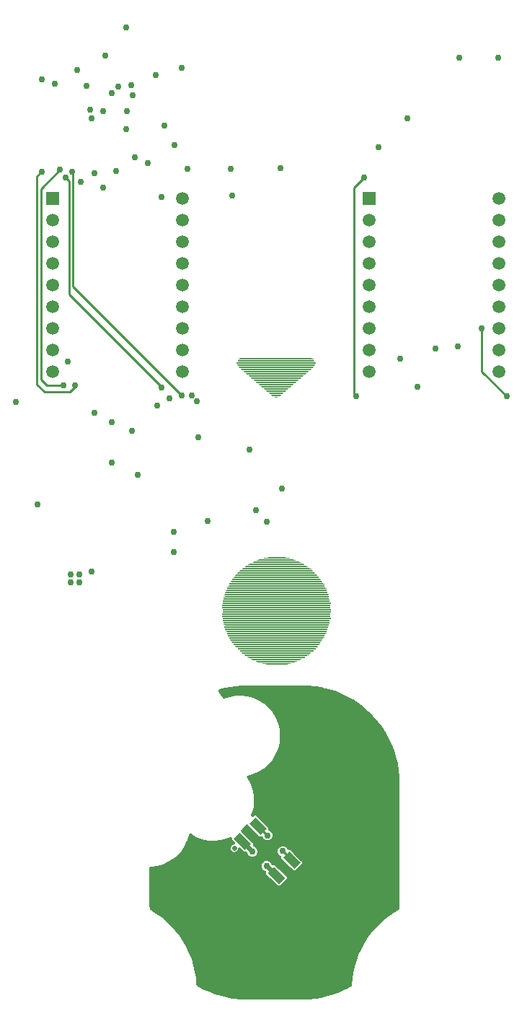
<source format=gbr>
G04 EAGLE Gerber X2 export*
%TF.Part,Single*%
%TF.FileFunction,Copper,L1,Top,Mixed*%
%TF.FilePolarity,Positive*%
%TF.GenerationSoftware,Autodesk,EAGLE,9.0.1*%
%TF.CreationDate,2018-07-28T04:13:14Z*%
G75*
%MOMM*%
%FSLAX34Y34*%
%LPD*%
%AMOC8*
5,1,8,0,0,1.08239X$1,22.5*%
G01*
%ADD10R,1.607819X0.084838*%
%ADD11R,2.623819X0.084581*%
%ADD12R,3.302000X0.084581*%
%ADD13R,3.893819X0.084838*%
%ADD14R,4.401819X0.084581*%
%ADD15R,4.826000X0.084581*%
%ADD16R,5.163819X0.084838*%
%ADD17R,5.588000X0.084581*%
%ADD18R,5.925819X0.084581*%
%ADD19R,6.179819X0.084838*%
%ADD20R,6.520181X0.084581*%
%ADD21R,6.774181X0.084581*%
%ADD22R,7.028181X0.084838*%
%ADD23R,7.282181X0.084581*%
%ADD24R,7.536181X0.084581*%
%ADD25R,7.703819X0.084838*%
%ADD26R,7.957819X0.084581*%
%ADD27R,8.128000X0.084581*%
%ADD28R,8.382000X0.084838*%
%ADD29R,8.552181X0.084581*%
%ADD30R,8.719819X0.084581*%
%ADD31R,8.890000X0.084838*%
%ADD32R,9.060181X0.084581*%
%ADD33R,9.227819X0.084581*%
%ADD34R,9.398000X0.084838*%
%ADD35R,9.568181X0.084581*%
%ADD36R,9.652000X0.084581*%
%ADD37R,9.822181X0.084838*%
%ADD38R,9.989819X0.084581*%
%ADD39R,10.076181X0.084581*%
%ADD40R,10.243819X0.084838*%
%ADD41R,10.330181X0.084581*%
%ADD42R,10.497819X0.084581*%
%ADD43R,10.584181X0.084838*%
%ADD44R,10.668000X0.084581*%
%ADD45R,10.838181X0.084581*%
%ADD46R,10.922000X0.084838*%
%ADD47R,11.005819X0.084581*%
%ADD48R,11.092181X0.084581*%
%ADD49R,11.176000X0.084838*%
%ADD50R,11.346181X0.084581*%
%ADD51R,11.513819X0.084838*%
%ADD52R,11.513819X0.084581*%
%ADD53R,11.600181X0.084581*%
%ADD54R,11.684000X0.084838*%
%ADD55R,11.767819X0.084581*%
%ADD56R,11.854181X0.084581*%
%ADD57R,11.938000X0.084838*%
%ADD58R,12.021819X0.084581*%
%ADD59R,12.108181X0.084838*%
%ADD60R,12.192000X0.084581*%
%ADD61R,12.275819X0.084838*%
%ADD62R,12.275819X0.084581*%
%ADD63R,12.362181X0.084581*%
%ADD64R,12.362181X0.084838*%
%ADD65R,12.446000X0.084581*%
%ADD66R,12.529819X0.084838*%
%ADD67R,12.529819X0.084581*%
%ADD68R,12.616181X0.084838*%
%ADD69R,12.616181X0.084581*%
%ADD70R,12.700000X0.084838*%
%ADD71R,12.700000X0.084581*%
%ADD72R,12.783819X0.084838*%
%ADD73R,12.783819X0.084581*%
%ADD74R,12.192000X0.084838*%
%ADD75R,12.108181X0.084581*%
%ADD76R,12.021819X0.084838*%
%ADD77R,11.938000X0.084581*%
%ADD78R,11.854181X0.084838*%
%ADD79R,11.430000X0.084838*%
%ADD80R,11.259819X0.084581*%
%ADD81R,10.838181X0.084838*%
%ADD82R,10.751819X0.084581*%
%ADD83R,10.497819X0.084838*%
%ADD84R,10.414000X0.084581*%
%ADD85R,10.160000X0.084838*%
%ADD86R,9.906000X0.084581*%
%ADD87R,9.735819X0.084838*%
%ADD88R,9.481819X0.084581*%
%ADD89R,9.314181X0.084838*%
%ADD90R,9.144000X0.084581*%
%ADD91R,8.973819X0.084581*%
%ADD92R,8.806181X0.084838*%
%ADD93R,8.636000X0.084581*%
%ADD94R,8.465819X0.084581*%
%ADD95R,8.298181X0.084838*%
%ADD96R,8.044181X0.084581*%
%ADD97R,7.790181X0.084581*%
%ADD98R,7.620000X0.084838*%
%ADD99R,7.366000X0.084581*%
%ADD100R,7.112000X0.084581*%
%ADD101R,6.858000X0.084838*%
%ADD102R,6.604000X0.084581*%
%ADD103R,6.350000X0.084581*%
%ADD104R,6.012181X0.084838*%
%ADD105R,5.671819X0.084581*%
%ADD106R,5.334000X0.084581*%
%ADD107R,4.996181X0.084838*%
%ADD108R,4.572000X0.084581*%
%ADD109R,4.064000X0.084581*%
%ADD110R,3.556000X0.084838*%
%ADD111R,2.964181X0.084581*%
%ADD112R,2.115819X0.084581*%
%ADD113R,0.678181X0.084838*%
%ADD114R,0.421637X0.084581*%
%ADD115R,1.016000X0.084581*%
%ADD116R,1.186181X0.084581*%
%ADD117R,1.353819X0.084838*%
%ADD118R,1.524000X0.084581*%
%ADD119R,1.694181X0.084581*%
%ADD120R,1.861819X0.084838*%
%ADD121R,2.202181X0.084581*%
%ADD122R,2.369819X0.084581*%
%ADD123R,2.540000X0.084838*%
%ADD124R,2.710181X0.084581*%
%ADD125R,2.877819X0.084581*%
%ADD126R,3.048000X0.084838*%
%ADD127R,3.385819X0.084581*%
%ADD128R,3.556000X0.084581*%
%ADD129R,3.726181X0.084838*%
%ADD130R,3.893819X0.084581*%
%ADD131R,4.318000X0.084838*%
%ADD132R,4.742181X0.084581*%
%ADD133R,4.909819X0.084838*%
%ADD134R,5.080000X0.084581*%
%ADD135R,5.250181X0.084581*%
%ADD136R,5.588000X0.084838*%
%ADD137R,5.758181X0.084581*%
%ADD138R,6.096000X0.084838*%
%ADD139R,6.266181X0.084581*%
%ADD140R,6.433819X0.084581*%
%ADD141R,6.774181X0.084838*%
%ADD142R,6.941819X0.084581*%
%ADD143R,7.282181X0.084838*%
%ADD144R,7.449819X0.084581*%
%ADD145R,7.620000X0.084581*%
%ADD146R,7.957819X0.084838*%
%ADD147R,8.298181X0.084581*%
%ADD148R,8.465819X0.084838*%
%ADD149R,8.806181X0.084581*%
%ADD150R,8.973819X0.084838*%
%ADD151R,9.057638X0.084581*%
%ADD152R,9.144000X0.084838*%
%ADD153R,9.230363X0.084581*%
%ADD154R,9.057638X0.084838*%
%ADD155R,8.890000X0.084581*%
%ADD156R,8.722363X0.084581*%
%ADD157R,8.382000X0.084581*%
%ADD158C,0.508000*%
%ADD159R,1.508000X1.508000*%
%ADD160C,1.508000*%
%ADD161R,1.850000X1.000000*%
%ADD162C,0.756400*%
%ADD163C,0.254000*%

G36*
X410155Y36399D02*
X410155Y36399D01*
X410191Y36397D01*
X417650Y36643D01*
X417689Y36648D01*
X417765Y36650D01*
X425193Y37389D01*
X425232Y37397D01*
X425308Y37405D01*
X432667Y38637D01*
X432705Y38647D01*
X432781Y38660D01*
X440044Y40383D01*
X440082Y40396D01*
X440157Y40413D01*
X447284Y42618D01*
X447321Y42634D01*
X447395Y42656D01*
X454363Y45333D01*
X454398Y45351D01*
X454470Y45379D01*
X461243Y48513D01*
X461277Y48534D01*
X461346Y48565D01*
X467895Y52142D01*
X468044Y52245D01*
X468194Y52348D01*
X468198Y52352D01*
X468202Y52355D01*
X468325Y52487D01*
X468450Y52620D01*
X468453Y52624D01*
X468456Y52628D01*
X468548Y52783D01*
X468642Y52940D01*
X468644Y52944D01*
X468646Y52949D01*
X468703Y53119D01*
X468762Y53293D01*
X468763Y53299D01*
X468764Y53303D01*
X468766Y53319D01*
X468799Y53540D01*
X469360Y60808D01*
X470405Y67964D01*
X471937Y75032D01*
X473949Y81975D01*
X476433Y88765D01*
X479375Y95367D01*
X482760Y101753D01*
X486573Y107895D01*
X490797Y113767D01*
X495407Y119339D01*
X500384Y124588D01*
X505703Y129487D01*
X511339Y134015D01*
X517269Y138152D01*
X523517Y141907D01*
X523657Y142012D01*
X523798Y142117D01*
X523806Y142125D01*
X523815Y142132D01*
X523928Y142264D01*
X524045Y142397D01*
X524050Y142407D01*
X524057Y142415D01*
X524141Y142570D01*
X524226Y142723D01*
X524229Y142734D01*
X524234Y142744D01*
X524283Y142912D01*
X524334Y143080D01*
X524335Y143094D01*
X524338Y143102D01*
X524340Y143132D01*
X524362Y143328D01*
X524684Y150869D01*
X524683Y150897D01*
X524686Y150944D01*
X524686Y290548D01*
X524684Y290570D01*
X524685Y290607D01*
X524428Y298306D01*
X524422Y298346D01*
X524420Y298423D01*
X523644Y306089D01*
X523636Y306128D01*
X523628Y306207D01*
X522332Y313805D01*
X522321Y313844D01*
X522308Y313922D01*
X520495Y321413D01*
X520481Y321451D01*
X520463Y321529D01*
X518140Y328875D01*
X518124Y328912D01*
X518100Y328988D01*
X515277Y336160D01*
X515258Y336196D01*
X515229Y336270D01*
X511920Y343229D01*
X511899Y343264D01*
X511865Y343335D01*
X508087Y350051D01*
X508064Y350084D01*
X508025Y350153D01*
X503797Y356594D01*
X503772Y356625D01*
X503728Y356691D01*
X499071Y362828D01*
X499044Y362857D01*
X498996Y362920D01*
X493933Y368725D01*
X493903Y368753D01*
X493851Y368812D01*
X493388Y369275D01*
X488401Y374262D01*
X488370Y374287D01*
X488314Y374343D01*
X482508Y379408D01*
X482475Y379431D01*
X482416Y379483D01*
X476279Y384139D01*
X476244Y384160D01*
X476182Y384208D01*
X469740Y388436D01*
X469704Y388454D01*
X469638Y388498D01*
X462920Y392277D01*
X462883Y392293D01*
X462814Y392332D01*
X455853Y395641D01*
X455815Y395654D01*
X455743Y395688D01*
X448571Y398511D01*
X448532Y398522D01*
X448458Y398551D01*
X441110Y400874D01*
X441071Y400882D01*
X440995Y400906D01*
X433505Y402719D01*
X433465Y402724D01*
X433388Y402743D01*
X425792Y404038D01*
X425752Y404041D01*
X425674Y404054D01*
X418010Y404829D01*
X417970Y404829D01*
X417893Y404837D01*
X410192Y405095D01*
X410170Y405093D01*
X410133Y405096D01*
X345335Y405096D01*
X345316Y405094D01*
X345285Y405095D01*
X338770Y404909D01*
X338735Y404904D01*
X338670Y404903D01*
X332176Y404343D01*
X332141Y404337D01*
X332076Y404332D01*
X325627Y403399D01*
X325592Y403390D01*
X325528Y403382D01*
X319141Y402078D01*
X319107Y402068D01*
X319043Y402055D01*
X312744Y400387D01*
X312704Y400372D01*
X312662Y400363D01*
X312530Y400305D01*
X312395Y400254D01*
X312360Y400230D01*
X312321Y400213D01*
X312204Y400128D01*
X312083Y400049D01*
X312054Y400019D01*
X312019Y399994D01*
X311923Y399886D01*
X311822Y399783D01*
X311799Y399747D01*
X311771Y399715D01*
X311700Y399589D01*
X311623Y399467D01*
X311609Y399427D01*
X311588Y399390D01*
X311545Y399252D01*
X311496Y399116D01*
X311490Y399074D01*
X311477Y399033D01*
X311465Y398889D01*
X311446Y398746D01*
X311449Y398704D01*
X311446Y398662D01*
X311464Y398518D01*
X311476Y398375D01*
X311488Y398334D01*
X311494Y398291D01*
X311542Y398156D01*
X311584Y398017D01*
X311605Y397980D01*
X311619Y397940D01*
X311744Y397724D01*
X314216Y394057D01*
X316519Y390276D01*
X316586Y390189D01*
X316645Y390097D01*
X316699Y390042D01*
X316747Y389980D01*
X316830Y389909D01*
X316907Y389832D01*
X316972Y389789D01*
X317031Y389739D01*
X317128Y389688D01*
X317220Y389628D01*
X317292Y389601D01*
X317361Y389564D01*
X317467Y389534D01*
X317569Y389496D01*
X317646Y389484D01*
X317720Y389463D01*
X317830Y389457D01*
X317938Y389440D01*
X318015Y389446D01*
X318093Y389441D01*
X318201Y389458D01*
X318310Y389465D01*
X318415Y389491D01*
X318461Y389498D01*
X318493Y389510D01*
X318552Y389525D01*
X325288Y391726D01*
X332149Y392896D01*
X339103Y393048D01*
X346007Y392181D01*
X352710Y390316D01*
X359069Y387491D01*
X364946Y383765D01*
X370211Y379221D01*
X375055Y373560D01*
X378950Y367214D01*
X381796Y360336D01*
X383528Y353094D01*
X384109Y345667D01*
X383528Y338242D01*
X381796Y330998D01*
X378950Y324121D01*
X375055Y317776D01*
X370212Y312115D01*
X365053Y307671D01*
X359304Y304008D01*
X353093Y301208D01*
X346423Y299291D01*
X346288Y299236D01*
X346151Y299188D01*
X346116Y299166D01*
X346077Y299150D01*
X345957Y299068D01*
X345834Y298991D01*
X345804Y298963D01*
X345770Y298939D01*
X345670Y298833D01*
X345565Y298732D01*
X345542Y298698D01*
X345514Y298667D01*
X345439Y298543D01*
X345358Y298422D01*
X345343Y298383D01*
X345322Y298348D01*
X345275Y298210D01*
X345222Y298075D01*
X345215Y298034D01*
X345202Y297994D01*
X345185Y297850D01*
X345162Y297706D01*
X345164Y297665D01*
X345160Y297624D01*
X345174Y297479D01*
X345182Y297334D01*
X345193Y297294D01*
X345197Y297252D01*
X345242Y297114D01*
X345281Y296974D01*
X345304Y296926D01*
X345313Y296898D01*
X345337Y296857D01*
X345389Y296749D01*
X349054Y290320D01*
X351644Y283534D01*
X353164Y276432D01*
X353582Y269178D01*
X352890Y261946D01*
X351105Y254902D01*
X350279Y252956D01*
X350268Y252918D01*
X350250Y252884D01*
X350214Y252740D01*
X350171Y252599D01*
X350167Y252560D01*
X350158Y252522D01*
X350153Y252374D01*
X350141Y252227D01*
X350146Y252188D01*
X350144Y252149D01*
X350171Y252004D01*
X350190Y251857D01*
X350204Y251820D01*
X350211Y251782D01*
X350267Y251646D01*
X350318Y251506D01*
X350339Y251473D01*
X350354Y251437D01*
X350438Y251316D01*
X350517Y251190D01*
X350544Y251163D01*
X350566Y251131D01*
X350674Y251030D01*
X350778Y250924D01*
X350811Y250903D01*
X350839Y250876D01*
X350967Y250801D01*
X351090Y250720D01*
X351127Y250706D01*
X351160Y250686D01*
X351301Y250639D01*
X351439Y250586D01*
X351477Y250580D01*
X351514Y250568D01*
X351661Y250552D01*
X351808Y250530D01*
X351846Y250532D01*
X351885Y250528D01*
X352033Y250544D01*
X352180Y250553D01*
X352218Y250564D01*
X352256Y250568D01*
X352397Y250615D01*
X352539Y250655D01*
X352573Y250673D01*
X352610Y250686D01*
X352738Y250761D01*
X352868Y250831D01*
X352898Y250856D01*
X352931Y250876D01*
X353120Y251039D01*
X354193Y252113D01*
X355877Y252113D01*
X356386Y251604D01*
X358132Y249859D01*
X359877Y248113D01*
X361623Y246368D01*
X363368Y244622D01*
X365114Y242877D01*
X366859Y241131D01*
X368605Y239386D01*
X370150Y237841D01*
X370150Y236223D01*
X370166Y236068D01*
X370177Y235913D01*
X370186Y235883D01*
X370190Y235852D01*
X370239Y235704D01*
X370282Y235555D01*
X370297Y235528D01*
X370307Y235498D01*
X370387Y235364D01*
X370461Y235228D01*
X370482Y235204D01*
X370498Y235177D01*
X370604Y235063D01*
X370706Y234945D01*
X370731Y234927D01*
X370752Y234904D01*
X370880Y234815D01*
X371004Y234722D01*
X371039Y234704D01*
X371059Y234691D01*
X371102Y234673D01*
X371227Y234610D01*
X372610Y234038D01*
X374243Y232404D01*
X374244Y232404D01*
X374246Y232402D01*
X375131Y230265D01*
X375131Y227951D01*
X374246Y225814D01*
X372610Y224178D01*
X370473Y223293D01*
X368159Y223293D01*
X366022Y224178D01*
X365802Y224399D01*
X364387Y225814D01*
X363971Y226817D01*
X363897Y226954D01*
X363827Y227093D01*
X363807Y227117D01*
X363792Y227145D01*
X363690Y227262D01*
X363593Y227384D01*
X363568Y227403D01*
X363548Y227427D01*
X363423Y227520D01*
X363302Y227618D01*
X363274Y227632D01*
X363249Y227651D01*
X363108Y227715D01*
X362969Y227785D01*
X362938Y227793D01*
X362910Y227806D01*
X362758Y227839D01*
X362607Y227877D01*
X362568Y227880D01*
X362545Y227885D01*
X362498Y227885D01*
X362358Y227895D01*
X360204Y227895D01*
X358464Y229635D01*
X358463Y229635D01*
X356718Y231381D01*
X354973Y233126D01*
X354972Y233126D01*
X346516Y241583D01*
X346513Y241585D01*
X346510Y241589D01*
X346369Y241701D01*
X346226Y241817D01*
X346222Y241819D01*
X346218Y241821D01*
X346058Y241901D01*
X345892Y241984D01*
X345888Y241985D01*
X345884Y241987D01*
X345707Y242031D01*
X345530Y242076D01*
X345526Y242076D01*
X345522Y242077D01*
X345339Y242083D01*
X345158Y242089D01*
X345153Y242089D01*
X345149Y242089D01*
X344968Y242055D01*
X344790Y242023D01*
X344786Y242021D01*
X344782Y242021D01*
X344614Y241950D01*
X344446Y241880D01*
X344442Y241878D01*
X344438Y241876D01*
X344290Y241772D01*
X344139Y241668D01*
X344136Y241664D01*
X344132Y241662D01*
X343957Y241485D01*
X339707Y236529D01*
X338895Y235833D01*
X338892Y235829D01*
X338888Y235826D01*
X338765Y235695D01*
X338639Y235561D01*
X338637Y235557D01*
X338633Y235553D01*
X338539Y235395D01*
X338447Y235241D01*
X338445Y235237D01*
X338443Y235233D01*
X338385Y235058D01*
X338327Y234888D01*
X338327Y234883D01*
X338325Y234878D01*
X338306Y234697D01*
X338285Y234517D01*
X338286Y234512D01*
X338285Y234507D01*
X338305Y234326D01*
X338323Y234146D01*
X338325Y234141D01*
X338325Y234136D01*
X338383Y233963D01*
X338439Y233791D01*
X338441Y233787D01*
X338443Y233782D01*
X338536Y233625D01*
X338627Y233469D01*
X338631Y233466D01*
X338633Y233461D01*
X338796Y233273D01*
X339666Y232404D01*
X341411Y230658D01*
X343157Y228913D01*
X344902Y227167D01*
X346648Y225422D01*
X348393Y223676D01*
X350139Y221931D01*
X351884Y220185D01*
X352189Y219880D01*
X352189Y217903D01*
X352158Y217820D01*
X352145Y217727D01*
X352122Y217637D01*
X352118Y217543D01*
X352105Y217451D01*
X352112Y217357D01*
X352108Y217264D01*
X352125Y217172D01*
X352132Y217078D01*
X352158Y216988D01*
X352175Y216896D01*
X352210Y216810D01*
X352237Y216720D01*
X352282Y216638D01*
X352317Y216552D01*
X352371Y216475D01*
X352415Y216393D01*
X352477Y216322D01*
X352530Y216245D01*
X352599Y216181D01*
X352660Y216111D01*
X352735Y216055D01*
X352803Y215991D01*
X352884Y215943D01*
X352958Y215887D01*
X353084Y215824D01*
X353124Y215800D01*
X353146Y215793D01*
X353181Y215775D01*
X355084Y214987D01*
X355122Y214949D01*
X355123Y214949D01*
X356720Y213352D01*
X357605Y211215D01*
X357605Y208901D01*
X356720Y206764D01*
X355084Y205128D01*
X352947Y204243D01*
X350633Y204243D01*
X348496Y205128D01*
X348426Y205198D01*
X346860Y206764D01*
X345994Y208857D01*
X345919Y208993D01*
X345850Y209132D01*
X345830Y209157D01*
X345815Y209184D01*
X345713Y209302D01*
X345615Y209423D01*
X345591Y209443D01*
X345571Y209466D01*
X345446Y209560D01*
X345325Y209657D01*
X345297Y209671D01*
X345272Y209690D01*
X345130Y209755D01*
X344991Y209824D01*
X344961Y209832D01*
X344932Y209845D01*
X344780Y209878D01*
X344630Y209917D01*
X344591Y209919D01*
X344568Y209924D01*
X344521Y209924D01*
X344381Y209934D01*
X342243Y209934D01*
X341743Y210435D01*
X337820Y214358D01*
X337771Y214397D01*
X337729Y214443D01*
X337626Y214514D01*
X337529Y214592D01*
X337473Y214620D01*
X337422Y214656D01*
X337307Y214703D01*
X337196Y214759D01*
X337135Y214775D01*
X337077Y214799D01*
X336955Y214821D01*
X336834Y214852D01*
X336772Y214854D01*
X336710Y214865D01*
X336586Y214860D01*
X336461Y214865D01*
X336400Y214854D01*
X336337Y214852D01*
X336216Y214821D01*
X336094Y214799D01*
X336036Y214775D01*
X335976Y214759D01*
X335864Y214703D01*
X335749Y214656D01*
X335698Y214620D01*
X335642Y214592D01*
X335545Y214514D01*
X335443Y214443D01*
X335400Y214397D01*
X335351Y214358D01*
X335273Y214261D01*
X335188Y214170D01*
X335156Y214116D01*
X335117Y214068D01*
X335062Y213956D01*
X334998Y213849D01*
X334978Y213790D01*
X334950Y213734D01*
X334919Y213613D01*
X334880Y213495D01*
X334873Y213433D01*
X334858Y213373D01*
X334840Y213125D01*
X334840Y213124D01*
X334840Y212364D01*
X332907Y210060D01*
X329944Y209538D01*
X327340Y211042D01*
X326311Y213868D01*
X327340Y216694D01*
X330199Y218346D01*
X330333Y218401D01*
X330481Y218457D01*
X330505Y218472D01*
X330531Y218483D01*
X330661Y218573D01*
X330795Y218660D01*
X330814Y218680D01*
X330837Y218696D01*
X330946Y218812D01*
X331057Y218925D01*
X331072Y218948D01*
X331092Y218969D01*
X331173Y219106D01*
X331258Y219239D01*
X331268Y219265D01*
X331282Y219290D01*
X331332Y219440D01*
X331387Y219589D01*
X331391Y219617D01*
X331400Y219644D01*
X331417Y219802D01*
X331439Y219959D01*
X331437Y219987D01*
X331440Y220015D01*
X331423Y220172D01*
X331411Y220331D01*
X331403Y220358D01*
X331400Y220386D01*
X331350Y220536D01*
X331305Y220689D01*
X331291Y220713D01*
X331282Y220740D01*
X331201Y220876D01*
X331125Y221015D01*
X331106Y221037D01*
X331092Y221061D01*
X330929Y221249D01*
X329525Y222653D01*
X329524Y222653D01*
X327971Y224207D01*
X327971Y225316D01*
X327960Y225416D01*
X327960Y225517D01*
X327941Y225601D01*
X327931Y225687D01*
X327899Y225783D01*
X327877Y225881D01*
X327841Y225959D01*
X327813Y226041D01*
X327762Y226128D01*
X327720Y226219D01*
X327667Y226288D01*
X327623Y226362D01*
X327555Y226436D01*
X327494Y226516D01*
X327428Y226572D01*
X327369Y226635D01*
X327286Y226693D01*
X327210Y226758D01*
X327133Y226799D01*
X327062Y226848D01*
X326969Y226887D01*
X326881Y226934D01*
X326798Y226958D01*
X326718Y226991D01*
X326619Y227009D01*
X326522Y227036D01*
X326436Y227042D01*
X326350Y227057D01*
X326250Y227054D01*
X326150Y227060D01*
X326064Y227047D01*
X325977Y227044D01*
X325880Y227019D01*
X325781Y227004D01*
X325662Y226964D01*
X325616Y226952D01*
X325591Y226939D01*
X325545Y226923D01*
X321306Y225128D01*
X314254Y223347D01*
X307013Y222663D01*
X299751Y223090D01*
X292640Y224622D01*
X285850Y227227D01*
X279423Y230907D01*
X279292Y230964D01*
X279163Y231029D01*
X279121Y231039D01*
X279081Y231056D01*
X278941Y231085D01*
X278801Y231120D01*
X278758Y231122D01*
X278715Y231130D01*
X278572Y231128D01*
X278428Y231133D01*
X278386Y231125D01*
X278342Y231124D01*
X278202Y231092D01*
X278061Y231066D01*
X278021Y231049D01*
X277979Y231039D01*
X277849Y230977D01*
X277716Y230922D01*
X277681Y230898D01*
X277642Y230879D01*
X277528Y230791D01*
X277410Y230709D01*
X277381Y230677D01*
X277347Y230651D01*
X277254Y230541D01*
X277157Y230435D01*
X277135Y230398D01*
X277107Y230365D01*
X277040Y230238D01*
X276967Y230114D01*
X276948Y230063D01*
X276933Y230035D01*
X276920Y229989D01*
X276880Y229880D01*
X275066Y223657D01*
X274944Y223236D01*
X272130Y217050D01*
X268463Y211332D01*
X264019Y206198D01*
X258672Y201608D01*
X252707Y197862D01*
X246255Y195042D01*
X239456Y193206D01*
X232327Y192383D01*
X232303Y192377D01*
X232279Y192377D01*
X232122Y192336D01*
X231963Y192301D01*
X231941Y192290D01*
X231918Y192284D01*
X231772Y192212D01*
X231625Y192143D01*
X231606Y192128D01*
X231584Y192117D01*
X231457Y192015D01*
X231328Y191917D01*
X231312Y191898D01*
X231293Y191883D01*
X231191Y191756D01*
X231086Y191633D01*
X231074Y191612D01*
X231059Y191593D01*
X230986Y191447D01*
X230910Y191304D01*
X230903Y191281D01*
X230892Y191259D01*
X230852Y191102D01*
X230807Y190945D01*
X230806Y190921D01*
X230800Y190897D01*
X230782Y190649D01*
X230782Y150944D01*
X230783Y150929D01*
X230782Y150906D01*
X230869Y146906D01*
X230871Y146883D01*
X230871Y146845D01*
X231097Y142849D01*
X231122Y142696D01*
X231141Y142543D01*
X231152Y142513D01*
X231158Y142481D01*
X231215Y142337D01*
X231266Y142192D01*
X231283Y142164D01*
X231295Y142134D01*
X231381Y142006D01*
X231463Y141874D01*
X231485Y141851D01*
X231503Y141824D01*
X231615Y141717D01*
X231722Y141606D01*
X231755Y141583D01*
X231773Y141566D01*
X231813Y141541D01*
X231925Y141461D01*
X238503Y137413D01*
X244724Y132940D01*
X250608Y128033D01*
X256128Y122716D01*
X261252Y117020D01*
X265953Y110974D01*
X270210Y104603D01*
X273996Y97945D01*
X277292Y91030D01*
X280078Y83893D01*
X282337Y76574D01*
X284058Y69112D01*
X285234Y61539D01*
X285866Y53843D01*
X285899Y53672D01*
X285929Y53501D01*
X285934Y53489D01*
X285936Y53477D01*
X286004Y53317D01*
X286071Y53156D01*
X286078Y53145D01*
X286083Y53133D01*
X286184Y52992D01*
X286282Y52848D01*
X286291Y52840D01*
X286299Y52829D01*
X286428Y52711D01*
X286554Y52593D01*
X286567Y52584D01*
X286575Y52578D01*
X286603Y52561D01*
X286763Y52457D01*
X293395Y48802D01*
X293432Y48787D01*
X293500Y48749D01*
X300365Y45547D01*
X300403Y45534D01*
X300473Y45501D01*
X307534Y42771D01*
X307573Y42760D01*
X307646Y42732D01*
X314879Y40484D01*
X314918Y40476D01*
X314993Y40452D01*
X322361Y38698D01*
X322401Y38693D01*
X322476Y38674D01*
X329945Y37420D01*
X329985Y37418D01*
X330061Y37405D01*
X337594Y36654D01*
X337633Y36654D01*
X337709Y36647D01*
X345277Y36397D01*
X345299Y36399D01*
X345335Y36396D01*
X410133Y36396D01*
X410155Y36399D01*
G37*
%LPC*%
G36*
X382195Y169983D02*
X382195Y169983D01*
X381890Y170288D01*
X381889Y170288D01*
X380144Y172034D01*
X378399Y173779D01*
X378398Y173779D01*
X376653Y175525D01*
X374908Y177270D01*
X374907Y177270D01*
X373162Y179016D01*
X371417Y180761D01*
X371416Y180761D01*
X369671Y182507D01*
X367926Y184252D01*
X367925Y184252D01*
X367923Y184255D01*
X367923Y185736D01*
X367906Y185891D01*
X367895Y186046D01*
X367886Y186076D01*
X367883Y186107D01*
X367834Y186255D01*
X367790Y186404D01*
X367775Y186432D01*
X367765Y186461D01*
X367686Y186595D01*
X367611Y186731D01*
X367591Y186755D01*
X367575Y186782D01*
X367469Y186896D01*
X367367Y187014D01*
X367342Y187032D01*
X367320Y187055D01*
X367193Y187144D01*
X367068Y187237D01*
X367033Y187255D01*
X367014Y187268D01*
X366971Y187286D01*
X366845Y187349D01*
X365006Y188111D01*
X363628Y189489D01*
X363370Y189746D01*
X362485Y191883D01*
X362485Y194197D01*
X363370Y196334D01*
X365006Y197970D01*
X367143Y198855D01*
X369457Y198855D01*
X371594Y197970D01*
X372069Y197494D01*
X372070Y197494D01*
X373230Y196334D01*
X373720Y195150D01*
X373765Y195067D01*
X373801Y194981D01*
X373854Y194904D01*
X373899Y194822D01*
X373960Y194751D01*
X374014Y194674D01*
X374082Y194611D01*
X374143Y194540D01*
X374218Y194484D01*
X374287Y194420D01*
X374367Y194372D01*
X374442Y194316D01*
X374527Y194278D01*
X374608Y194230D01*
X374696Y194200D01*
X374781Y194161D01*
X374873Y194141D01*
X374962Y194112D01*
X375054Y194102D01*
X375146Y194082D01*
X375240Y194082D01*
X375333Y194072D01*
X375426Y194082D01*
X375519Y194082D01*
X375610Y194102D01*
X375704Y194112D01*
X375792Y194141D01*
X375884Y194161D01*
X375969Y194200D01*
X375971Y194201D01*
X377869Y194201D01*
X378067Y194003D01*
X379812Y192257D01*
X381558Y190512D01*
X383303Y188766D01*
X385049Y187021D01*
X386794Y185275D01*
X388540Y183530D01*
X390285Y181784D01*
X392031Y180039D01*
X392141Y179929D01*
X392141Y178245D01*
X383879Y169983D01*
X382195Y169983D01*
G37*
%LPD*%
%LPC*%
G36*
X400155Y187943D02*
X400155Y187943D01*
X398610Y189489D01*
X396865Y191234D01*
X396864Y191234D01*
X395119Y192980D01*
X393374Y194725D01*
X393373Y194725D01*
X391628Y196471D01*
X389883Y198216D01*
X389882Y198216D01*
X388137Y199962D01*
X386392Y201707D01*
X386391Y201707D01*
X385883Y202216D01*
X385883Y203713D01*
X385867Y203868D01*
X385856Y204023D01*
X385847Y204053D01*
X385843Y204084D01*
X385794Y204232D01*
X385750Y204381D01*
X385735Y204409D01*
X385725Y204439D01*
X385646Y204572D01*
X385572Y204709D01*
X385551Y204732D01*
X385535Y204759D01*
X385429Y204873D01*
X385327Y204991D01*
X385302Y205010D01*
X385281Y205033D01*
X385153Y205121D01*
X385029Y205214D01*
X384994Y205232D01*
X384974Y205245D01*
X384931Y205263D01*
X384806Y205326D01*
X384056Y205637D01*
X382749Y206944D01*
X382420Y207272D01*
X381535Y209409D01*
X381535Y211723D01*
X382420Y213860D01*
X384056Y215496D01*
X386193Y216381D01*
X388507Y216381D01*
X390644Y215496D01*
X391190Y214949D01*
X391191Y214949D01*
X392279Y213860D01*
X392537Y213239D01*
X392611Y213102D01*
X392681Y212963D01*
X392700Y212939D01*
X392715Y212911D01*
X392817Y212794D01*
X392915Y212673D01*
X392939Y212653D01*
X392960Y212629D01*
X393085Y212536D01*
X393205Y212439D01*
X393233Y212425D01*
X393258Y212406D01*
X393400Y212341D01*
X393539Y212272D01*
X393569Y212264D01*
X393598Y212251D01*
X393750Y212218D01*
X393901Y212179D01*
X393940Y212176D01*
X393963Y212171D01*
X394009Y212171D01*
X394149Y212161D01*
X395829Y212161D01*
X396533Y211458D01*
X398278Y209712D01*
X400024Y207967D01*
X401769Y206221D01*
X403515Y204476D01*
X405260Y202730D01*
X407006Y200985D01*
X408751Y199239D01*
X410101Y197889D01*
X410101Y196205D01*
X401839Y187943D01*
X400155Y187943D01*
G37*
%LPD*%
D10*
X380157Y428413D03*
D11*
X380157Y429261D03*
D12*
X380145Y430106D03*
D13*
X379726Y430953D03*
D14*
X379726Y431801D03*
D15*
X380145Y432646D03*
D16*
X380157Y433493D03*
D17*
X379738Y434341D03*
D18*
X379726Y435186D03*
D19*
X380157Y436033D03*
D20*
X380157Y436881D03*
D21*
X379726Y437726D03*
D22*
X380157Y438573D03*
D23*
X379726Y439421D03*
D24*
X380157Y440266D03*
D25*
X380157Y441113D03*
D26*
X379726Y441961D03*
D27*
X379738Y442806D03*
D28*
X380145Y443653D03*
D29*
X380157Y444501D03*
D30*
X380157Y445346D03*
D31*
X380145Y446193D03*
D32*
X380157Y447041D03*
D33*
X380157Y447886D03*
D34*
X380145Y448733D03*
D35*
X380157Y449581D03*
D36*
X379738Y450426D03*
D37*
X379726Y451273D03*
D38*
X379726Y452121D03*
D39*
X380157Y452966D03*
D40*
X380157Y453813D03*
D41*
X379726Y454661D03*
D42*
X379726Y455506D03*
D43*
X380157Y456353D03*
D44*
X379738Y457201D03*
D45*
X379726Y458046D03*
D46*
X380145Y458893D03*
D47*
X379726Y459741D03*
D48*
X380157Y460586D03*
D49*
X379738Y461433D03*
D50*
X379726Y462281D03*
X379726Y463126D03*
D51*
X379726Y463973D03*
D52*
X379726Y464821D03*
D53*
X380157Y465666D03*
D54*
X379738Y466513D03*
D55*
X380157Y467361D03*
D56*
X379726Y468206D03*
D57*
X380145Y469053D03*
D58*
X379726Y469901D03*
X379726Y470746D03*
D59*
X380157Y471593D03*
D60*
X379738Y472441D03*
X379738Y473286D03*
D61*
X380157Y474133D03*
D62*
X380157Y474981D03*
D63*
X379726Y475826D03*
D64*
X379726Y476673D03*
D65*
X380145Y477521D03*
X380145Y478366D03*
D66*
X379726Y479213D03*
D67*
X379726Y480061D03*
X379726Y480906D03*
D68*
X380157Y481753D03*
D69*
X380157Y482601D03*
X380157Y483446D03*
D70*
X379738Y484293D03*
D71*
X379738Y485141D03*
X379738Y485986D03*
D70*
X379738Y486833D03*
D71*
X379738Y487681D03*
X379738Y488526D03*
D72*
X380157Y489373D03*
D73*
X380157Y490221D03*
X380157Y491066D03*
D72*
X380157Y491913D03*
D73*
X380157Y492761D03*
X380157Y493606D03*
D70*
X379738Y494453D03*
D71*
X379738Y495301D03*
X379738Y496146D03*
D70*
X379738Y496993D03*
D71*
X379738Y497841D03*
X379738Y498686D03*
D70*
X379738Y499533D03*
D69*
X380157Y500381D03*
X380157Y501226D03*
D68*
X380157Y502073D03*
D67*
X379726Y502921D03*
X379726Y503766D03*
D66*
X379726Y504613D03*
D65*
X380145Y505461D03*
D63*
X379726Y506306D03*
D64*
X379726Y507153D03*
D63*
X379726Y508001D03*
D62*
X380157Y508846D03*
D74*
X379738Y509693D03*
D60*
X379738Y510541D03*
D75*
X380157Y511386D03*
D76*
X379726Y512233D03*
D58*
X379726Y513081D03*
D77*
X380145Y513926D03*
D78*
X379726Y514773D03*
D56*
X379726Y515621D03*
D55*
X380157Y516466D03*
D54*
X379738Y517313D03*
D53*
X380157Y518161D03*
D52*
X379726Y519006D03*
D79*
X380145Y519853D03*
D50*
X379726Y520701D03*
D80*
X380157Y521546D03*
D49*
X379738Y522393D03*
D48*
X380157Y523241D03*
D47*
X379726Y524086D03*
D81*
X379726Y524933D03*
D82*
X380157Y525781D03*
D44*
X379738Y526626D03*
D83*
X379726Y527473D03*
D84*
X380145Y528321D03*
D41*
X379726Y529166D03*
D85*
X379738Y530013D03*
D38*
X379726Y530861D03*
D86*
X380145Y531706D03*
D87*
X380157Y532553D03*
D36*
X379738Y533401D03*
D88*
X379726Y534246D03*
D89*
X379726Y535093D03*
D90*
X379738Y535941D03*
D91*
X379726Y536786D03*
D92*
X379726Y537633D03*
D93*
X379738Y538481D03*
D94*
X379726Y539326D03*
D95*
X379726Y540173D03*
D96*
X380157Y541021D03*
D97*
X379726Y541866D03*
D98*
X379738Y542713D03*
D99*
X380145Y543561D03*
D100*
X379738Y544406D03*
D101*
X380145Y545253D03*
D102*
X379738Y546101D03*
D103*
X380145Y546946D03*
D104*
X380157Y547793D03*
D105*
X380157Y548641D03*
D106*
X380145Y549486D03*
D107*
X380157Y550333D03*
D108*
X379738Y551181D03*
D109*
X379738Y552026D03*
D110*
X379738Y552873D03*
D111*
X380157Y553721D03*
D112*
X380157Y554566D03*
D113*
X379726Y555413D03*
D114*
X379307Y742526D03*
D113*
X379726Y743373D03*
D115*
X379738Y744221D03*
D116*
X379726Y745066D03*
D117*
X379726Y745913D03*
D118*
X379738Y746761D03*
D119*
X379726Y747606D03*
D120*
X379726Y748453D03*
D121*
X379726Y749301D03*
D122*
X379726Y750146D03*
D123*
X379738Y750993D03*
D124*
X379726Y751841D03*
D125*
X379726Y752686D03*
D126*
X379738Y753533D03*
D127*
X379726Y754381D03*
D128*
X379738Y755226D03*
D129*
X379726Y756073D03*
D130*
X379726Y756921D03*
D109*
X379738Y757766D03*
D131*
X379307Y758613D03*
D108*
X379738Y759461D03*
D132*
X379726Y760306D03*
D133*
X379726Y761153D03*
D134*
X379738Y762001D03*
D135*
X379726Y762846D03*
D136*
X379738Y763693D03*
D137*
X379726Y764541D03*
D18*
X379726Y765386D03*
D138*
X379738Y766233D03*
D139*
X379726Y767081D03*
D140*
X379726Y767926D03*
D141*
X379726Y768773D03*
D142*
X379726Y769621D03*
D100*
X379738Y770466D03*
D143*
X379726Y771313D03*
D144*
X379726Y772161D03*
D145*
X379738Y773006D03*
D146*
X379726Y773853D03*
D27*
X379738Y774701D03*
D147*
X379726Y775546D03*
D148*
X379726Y776393D03*
D93*
X379738Y777241D03*
D149*
X379726Y778086D03*
D150*
X379726Y778933D03*
D151*
X379307Y779781D03*
D90*
X379738Y780626D03*
D152*
X379738Y781473D03*
D153*
X379307Y782321D03*
X379307Y783166D03*
D154*
X379307Y784013D03*
D151*
X379307Y784861D03*
D155*
X379307Y785706D03*
D31*
X379307Y786553D03*
D156*
X379307Y787401D03*
D157*
X379307Y788246D03*
D158*
X330517Y213868D02*
X330519Y213895D01*
X330525Y213922D01*
X330534Y213947D01*
X330547Y213971D01*
X330564Y213993D01*
X330583Y214012D01*
X330605Y214029D01*
X330629Y214042D01*
X330654Y214051D01*
X330681Y214057D01*
X330708Y214059D01*
X330735Y214057D01*
X330762Y214051D01*
X330787Y214042D01*
X330811Y214029D01*
X330833Y214012D01*
X330852Y213993D01*
X330869Y213971D01*
X330882Y213947D01*
X330891Y213922D01*
X330897Y213895D01*
X330899Y213868D01*
X330897Y213841D01*
X330891Y213814D01*
X330882Y213789D01*
X330869Y213765D01*
X330852Y213743D01*
X330833Y213724D01*
X330811Y213707D01*
X330787Y213694D01*
X330762Y213685D01*
X330735Y213679D01*
X330708Y213677D01*
X330681Y213679D01*
X330654Y213685D01*
X330629Y213694D01*
X330605Y213707D01*
X330583Y213724D01*
X330564Y213743D01*
X330547Y213765D01*
X330534Y213789D01*
X330525Y213814D01*
X330519Y213841D01*
X330517Y213868D01*
D159*
X116832Y976400D03*
D160*
X116832Y951000D03*
X116832Y925600D03*
X116832Y900200D03*
X116832Y874800D03*
X116832Y849400D03*
X116832Y824000D03*
X116832Y798600D03*
X116832Y773200D03*
X269232Y773200D03*
X269232Y798600D03*
X269232Y824000D03*
X269232Y849400D03*
X269232Y874800D03*
X269232Y900200D03*
X269232Y925600D03*
X269232Y951000D03*
X269232Y976400D03*
D159*
X488348Y975990D03*
D160*
X488348Y950590D03*
X488348Y925190D03*
X488348Y899790D03*
X488348Y874390D03*
X488348Y848990D03*
X488348Y823590D03*
X488348Y798190D03*
X488348Y772790D03*
X640748Y772790D03*
X640748Y798190D03*
X640748Y823590D03*
X640748Y848990D03*
X640748Y874390D03*
X640748Y899790D03*
X640748Y925190D03*
X640748Y950590D03*
X640748Y975990D03*
D161*
G36*
X377027Y192168D02*
X390108Y179087D01*
X383037Y172016D01*
X369956Y185097D01*
X377027Y192168D01*
G37*
G36*
X394987Y210128D02*
X408068Y197047D01*
X400997Y189976D01*
X387916Y203057D01*
X394987Y210128D01*
G37*
G36*
X337075Y232119D02*
X350156Y219038D01*
X343085Y211967D01*
X330004Y225048D01*
X337075Y232119D01*
G37*
G36*
X355036Y250080D02*
X368117Y236999D01*
X361046Y229928D01*
X347965Y243009D01*
X355036Y250080D01*
G37*
D162*
X259080Y561340D03*
X259080Y585470D03*
X162560Y538480D03*
X288290Y695960D03*
X186690Y666750D03*
X99060Y617220D03*
X73660Y737870D03*
X104140Y1116330D03*
X119380Y1111250D03*
X191770Y1008380D03*
X260350Y1038860D03*
X275590Y1010920D03*
X594360Y1141730D03*
X186756Y714060D03*
X386080Y636270D03*
X525272Y788162D03*
X210058Y703834D03*
X368808Y597154D03*
X156464Y1108710D03*
X245110Y977900D03*
X384810Y1012190D03*
X210820Y1097280D03*
X368300Y193040D03*
D158*
X379248Y182092D01*
X380032Y182092D01*
D162*
X138430Y535178D03*
X148082Y535178D03*
X148082Y525526D03*
X138430Y525526D03*
X640334Y1141222D03*
X326136Y1010666D03*
X229108Y1017524D03*
X268478Y1129792D03*
X145542Y1126998D03*
X166370Y1005840D03*
X545818Y755650D03*
X299466Y598170D03*
X355600Y610362D03*
X217170Y652272D03*
X239776Y733044D03*
X351790Y210058D03*
D158*
X340080Y221768D01*
X340080Y222043D01*
D162*
X203200Y1177290D03*
X209550Y1108992D03*
X238506Y1120924D03*
X176530Y1078738D03*
X134620Y784860D03*
X499872Y1036320D03*
X533908Y1070102D03*
X179070Y1144270D03*
X166370Y725170D03*
X566420Y800100D03*
X149860Y995680D03*
X194310Y1107440D03*
X254000Y741680D03*
X186690Y1099820D03*
X593090Y802640D03*
D163*
X244856Y755026D02*
X244856Y754380D01*
X244856Y755026D02*
X136144Y863738D01*
D162*
X132080Y1001014D03*
D163*
X136144Y996950D01*
X136144Y863738D01*
D162*
X244856Y754380D03*
X161290Y1080770D03*
X280670Y745490D03*
X162560Y1070610D03*
X286820Y738070D03*
X268732Y745236D03*
D163*
X140716Y873252D01*
X140716Y1007364D02*
X140208Y1007872D01*
D162*
X140208Y1007872D03*
D163*
X140716Y1007364D02*
X140716Y873252D01*
D162*
X125730Y1009904D03*
D163*
X103124Y987298D02*
X103124Y764032D01*
X103124Y987298D02*
X125730Y1009904D01*
X103124Y764032D02*
X110236Y756920D01*
D162*
X129540Y756920D03*
D163*
X110236Y756920D01*
D162*
X650240Y744220D03*
D163*
X621030Y773430D01*
D162*
X621030Y824230D03*
D163*
X621030Y773430D01*
D162*
X104422Y1007872D03*
D163*
X98806Y1002256D01*
X98806Y757936D01*
X107442Y749300D01*
X137160Y749300D02*
X144780Y756920D01*
X143510Y756920D01*
D162*
X143510Y756920D03*
D163*
X137160Y749300D02*
X107442Y749300D01*
D162*
X387350Y210566D03*
D163*
X397864Y200052D01*
X397992Y200052D01*
D162*
X369316Y229108D03*
D163*
X358420Y240004D01*
X358041Y240004D01*
D162*
X248158Y1061720D03*
X204368Y1078840D03*
X203200Y1057910D03*
X482600Y1000760D03*
D163*
X471170Y989330D01*
X471170Y746760D02*
X473710Y744220D01*
D162*
X473710Y744220D03*
D163*
X471170Y746760D02*
X471170Y989330D01*
D162*
X176530Y989330D03*
X347980Y681990D03*
X214000Y1025000D03*
X328000Y980000D03*
M02*

</source>
